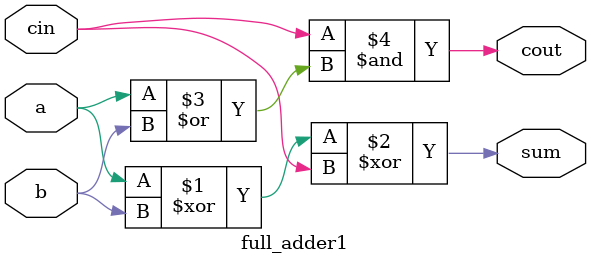
<source format=v>
module full_adder1(a,b,cin,sum,cout);
input a,b,cin;
output sum,cout;
assign sum = a^b^cin;
assign cout = 1'b0|cin&(a|b); 
// initial begin
//     $display("The incorrect adder with and0 and or2 having out/0 and in1/0");
// end   
endmodule
</source>
